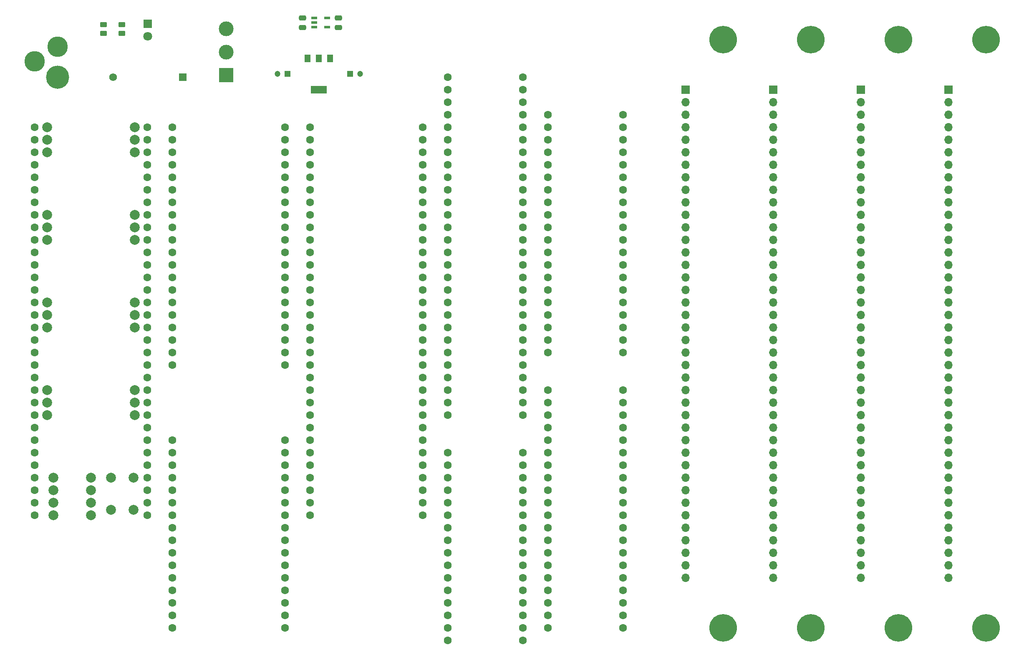
<source format=gbr>
%TF.GenerationSoftware,KiCad,Pcbnew,7.0.5*%
%TF.CreationDate,2024-01-10T19:51:04+02:00*%
%TF.ProjectId,HCP65 Test MPU Board,48435036-3520-4546-9573-74204d505520,rev?*%
%TF.SameCoordinates,Original*%
%TF.FileFunction,Soldermask,Top*%
%TF.FilePolarity,Negative*%
%FSLAX46Y46*%
G04 Gerber Fmt 4.6, Leading zero omitted, Abs format (unit mm)*
G04 Created by KiCad (PCBNEW 7.0.5) date 2024-01-10 19:51:04*
%MOMM*%
%LPD*%
G01*
G04 APERTURE LIST*
G04 Aperture macros list*
%AMRoundRect*
0 Rectangle with rounded corners*
0 $1 Rounding radius*
0 $2 $3 $4 $5 $6 $7 $8 $9 X,Y pos of 4 corners*
0 Add a 4 corners polygon primitive as box body*
4,1,4,$2,$3,$4,$5,$6,$7,$8,$9,$2,$3,0*
0 Add four circle primitives for the rounded corners*
1,1,$1+$1,$2,$3*
1,1,$1+$1,$4,$5*
1,1,$1+$1,$6,$7*
1,1,$1+$1,$8,$9*
0 Add four rect primitives between the rounded corners*
20,1,$1+$1,$2,$3,$4,$5,0*
20,1,$1+$1,$4,$5,$6,$7,0*
20,1,$1+$1,$6,$7,$8,$9,0*
20,1,$1+$1,$8,$9,$2,$3,0*%
G04 Aperture macros list end*
%ADD10R,1.200000X1.500000*%
%ADD11R,3.300000X1.500000*%
%ADD12RoundRect,0.250000X0.475000X-0.250000X0.475000X0.250000X-0.475000X0.250000X-0.475000X-0.250000X0*%
%ADD13R,1.700000X1.700000*%
%ADD14O,1.700000X1.700000*%
%ADD15C,1.600000*%
%ADD16C,4.700000*%
%ADD17C,4.150000*%
%ADD18C,5.600000*%
%ADD19R,1.200000X1.200000*%
%ADD20C,1.200000*%
%ADD21R,1.150000X0.600000*%
%ADD22RoundRect,0.250000X-0.450000X0.262500X-0.450000X-0.262500X0.450000X-0.262500X0.450000X0.262500X0*%
%ADD23R,3.000000X3.000000*%
%ADD24C,3.000000*%
%ADD25R,1.800000X1.800000*%
%ADD26C,1.800000*%
%ADD27C,2.000000*%
%ADD28R,1.575000X1.575000*%
%ADD29C,1.575000*%
G04 APERTURE END LIST*
D10*
%TO.C,IC3*%
X90438000Y-34265000D03*
X88138000Y-34265000D03*
X85838000Y-34265000D03*
D11*
X88138000Y-40665000D03*
%TD*%
D12*
%TO.C,C1*%
X84852000Y-28021000D03*
X84852000Y-26121000D03*
%TD*%
D13*
%TO.C,J4*%
X215900000Y-40640000D03*
D14*
X215900000Y-43180000D03*
X215900000Y-45720000D03*
X215900000Y-48260000D03*
X215900000Y-50800000D03*
X215900000Y-53340000D03*
X215900000Y-55880000D03*
X215900000Y-58420000D03*
X215900000Y-60960000D03*
X215900000Y-63500000D03*
X215900000Y-66040000D03*
X215900000Y-68580000D03*
X215900000Y-71120000D03*
X215900000Y-73660000D03*
X215900000Y-76200000D03*
X215900000Y-78740000D03*
X215900000Y-81280000D03*
X215900000Y-83820000D03*
X215900000Y-86360000D03*
X215900000Y-88900000D03*
X215900000Y-91440000D03*
X215900000Y-93980000D03*
X215900000Y-96520000D03*
X215900000Y-99060000D03*
X215900000Y-101600000D03*
X215900000Y-104140000D03*
X215900000Y-106680000D03*
X215900000Y-109220000D03*
X215900000Y-111760000D03*
X215900000Y-114300000D03*
X215900000Y-116840000D03*
X215900000Y-119380000D03*
X215900000Y-121920000D03*
X215900000Y-124460000D03*
X215900000Y-127000000D03*
X215900000Y-129540000D03*
X215900000Y-132080000D03*
X215900000Y-134620000D03*
X215900000Y-137160000D03*
X215900000Y-139700000D03*
%TD*%
D15*
%TO.C,B7*%
X134620000Y-101600000D03*
X134620000Y-104140000D03*
X134620000Y-106680000D03*
X134620000Y-109220000D03*
X134620000Y-111760000D03*
X134620000Y-114300000D03*
X134620000Y-116840000D03*
X134620000Y-119380000D03*
X134620000Y-121920000D03*
X134620000Y-124460000D03*
X134620000Y-127000000D03*
X134620000Y-129540000D03*
X134620000Y-132080000D03*
X134620000Y-134620000D03*
X134620000Y-137160000D03*
X134620000Y-139700000D03*
X134620000Y-142240000D03*
X134620000Y-144780000D03*
X134620000Y-147320000D03*
X134620000Y-149860000D03*
X149860000Y-149860000D03*
X149860000Y-147320000D03*
X149860000Y-144780000D03*
X149860000Y-142240000D03*
X149860000Y-139700000D03*
X149860000Y-137160000D03*
X149860000Y-134620000D03*
X149860000Y-132080000D03*
X149860000Y-129540000D03*
X149860000Y-127000000D03*
X149860000Y-124460000D03*
X149860000Y-121920000D03*
X149860000Y-119380000D03*
X149860000Y-116840000D03*
X149860000Y-114300000D03*
X149860000Y-111760000D03*
X149860000Y-109220000D03*
X149860000Y-106680000D03*
X149860000Y-104140000D03*
X149860000Y-101600000D03*
%TD*%
%TO.C,B5*%
X114300000Y-38100000D03*
X114300000Y-40640000D03*
X114300000Y-43180000D03*
X114300000Y-45720000D03*
X114300000Y-48260000D03*
X114300000Y-50800000D03*
X114300000Y-53340000D03*
X114300000Y-55880000D03*
X114300000Y-58420000D03*
X114300000Y-60960000D03*
X114300000Y-63500000D03*
X114300000Y-66040000D03*
X114300000Y-68580000D03*
X114300000Y-71120000D03*
X114300000Y-73660000D03*
X114300000Y-76200000D03*
X114300000Y-78740000D03*
X114300000Y-81280000D03*
X114300000Y-83820000D03*
X114300000Y-86360000D03*
X114300000Y-88900000D03*
X114300000Y-91440000D03*
X114300000Y-93980000D03*
X114300000Y-96520000D03*
X114300000Y-99060000D03*
X114300000Y-101600000D03*
X114300000Y-104140000D03*
X114300000Y-106680000D03*
X129540000Y-106680000D03*
X129540000Y-104140000D03*
X129540000Y-101600000D03*
X129540000Y-99060000D03*
X129540000Y-96520000D03*
X129540000Y-93980000D03*
X129540000Y-91440000D03*
X129540000Y-88900000D03*
X129540000Y-86360000D03*
X129540000Y-83820000D03*
X129540000Y-81280000D03*
X129540000Y-78740000D03*
X129540000Y-76200000D03*
X129540000Y-73660000D03*
X129540000Y-71120000D03*
X129540000Y-68580000D03*
X129540000Y-66040000D03*
X129540000Y-63500000D03*
X129540000Y-60960000D03*
X129540000Y-58420000D03*
X129540000Y-55880000D03*
X129540000Y-53340000D03*
X129540000Y-50800000D03*
X129540000Y-48260000D03*
X129540000Y-45720000D03*
X129540000Y-43180000D03*
X129540000Y-40640000D03*
X129540000Y-38100000D03*
%TD*%
D16*
%TO.C,J3*%
X35180000Y-38100000D03*
D17*
X30480000Y-34900000D03*
X35180000Y-31900000D03*
%TD*%
D18*
%TO.C,H19*%
X170180000Y-30480000D03*
%TD*%
D15*
%TO.C,B13*%
X114300000Y-114300000D03*
X114300000Y-116840000D03*
X114300000Y-119380000D03*
X114300000Y-121920000D03*
X114300000Y-124460000D03*
X114300000Y-127000000D03*
X114300000Y-129540000D03*
X114300000Y-132080000D03*
X114300000Y-134620000D03*
X114300000Y-137160000D03*
X114300000Y-139700000D03*
X114300000Y-142240000D03*
X114300000Y-144780000D03*
X114300000Y-147320000D03*
X114300000Y-149860000D03*
X114300000Y-152400000D03*
X129540000Y-152400000D03*
X129540000Y-149860000D03*
X129540000Y-147320000D03*
X129540000Y-144780000D03*
X129540000Y-142240000D03*
X129540000Y-139700000D03*
X129540000Y-137160000D03*
X129540000Y-134620000D03*
X129540000Y-132080000D03*
X129540000Y-129540000D03*
X129540000Y-127000000D03*
X129540000Y-124460000D03*
X129540000Y-121920000D03*
X129540000Y-119380000D03*
X129540000Y-116840000D03*
X129540000Y-114300000D03*
%TD*%
D13*
%TO.C,J2*%
X198120000Y-40640000D03*
D14*
X198120000Y-43180000D03*
X198120000Y-45720000D03*
X198120000Y-48260000D03*
X198120000Y-50800000D03*
X198120000Y-53340000D03*
X198120000Y-55880000D03*
X198120000Y-58420000D03*
X198120000Y-60960000D03*
X198120000Y-63500000D03*
X198120000Y-66040000D03*
X198120000Y-68580000D03*
X198120000Y-71120000D03*
X198120000Y-73660000D03*
X198120000Y-76200000D03*
X198120000Y-78740000D03*
X198120000Y-81280000D03*
X198120000Y-83820000D03*
X198120000Y-86360000D03*
X198120000Y-88900000D03*
X198120000Y-91440000D03*
X198120000Y-93980000D03*
X198120000Y-96520000D03*
X198120000Y-99060000D03*
X198120000Y-101600000D03*
X198120000Y-104140000D03*
X198120000Y-106680000D03*
X198120000Y-109220000D03*
X198120000Y-111760000D03*
X198120000Y-114300000D03*
X198120000Y-116840000D03*
X198120000Y-119380000D03*
X198120000Y-121920000D03*
X198120000Y-124460000D03*
X198120000Y-127000000D03*
X198120000Y-129540000D03*
X198120000Y-132080000D03*
X198120000Y-134620000D03*
X198120000Y-137160000D03*
X198120000Y-139700000D03*
%TD*%
D19*
%TO.C,C4*%
X81788000Y-37465000D03*
D20*
X79788000Y-37465000D03*
%TD*%
D18*
%TO.C,H8*%
X187960000Y-30480000D03*
%TD*%
D13*
%TO.C,J1*%
X162560000Y-40640000D03*
D14*
X162560000Y-43180000D03*
X162560000Y-45720000D03*
X162560000Y-48260000D03*
X162560000Y-50800000D03*
X162560000Y-53340000D03*
X162560000Y-55880000D03*
X162560000Y-58420000D03*
X162560000Y-60960000D03*
X162560000Y-63500000D03*
X162560000Y-66040000D03*
X162560000Y-68580000D03*
X162560000Y-71120000D03*
X162560000Y-73660000D03*
X162560000Y-76200000D03*
X162560000Y-78740000D03*
X162560000Y-81280000D03*
X162560000Y-83820000D03*
X162560000Y-86360000D03*
X162560000Y-88900000D03*
X162560000Y-91440000D03*
X162560000Y-93980000D03*
X162560000Y-96520000D03*
X162560000Y-99060000D03*
X162560000Y-101600000D03*
X162560000Y-104140000D03*
X162560000Y-106680000D03*
X162560000Y-109220000D03*
X162560000Y-111760000D03*
X162560000Y-114300000D03*
X162560000Y-116840000D03*
X162560000Y-119380000D03*
X162560000Y-121920000D03*
X162560000Y-124460000D03*
X162560000Y-127000000D03*
X162560000Y-129540000D03*
X162560000Y-132080000D03*
X162560000Y-134620000D03*
X162560000Y-137160000D03*
X162560000Y-139700000D03*
%TD*%
D21*
%TO.C,IC2*%
X87205000Y-26076000D03*
X87205000Y-27026000D03*
X87205000Y-27976000D03*
X89805000Y-27976000D03*
X89805000Y-26076000D03*
%TD*%
D13*
%TO.C,J10*%
X180340000Y-40640000D03*
D14*
X180340000Y-43180000D03*
X180340000Y-45720000D03*
X180340000Y-48260000D03*
X180340000Y-50800000D03*
X180340000Y-53340000D03*
X180340000Y-55880000D03*
X180340000Y-58420000D03*
X180340000Y-60960000D03*
X180340000Y-63500000D03*
X180340000Y-66040000D03*
X180340000Y-68580000D03*
X180340000Y-71120000D03*
X180340000Y-73660000D03*
X180340000Y-76200000D03*
X180340000Y-78740000D03*
X180340000Y-81280000D03*
X180340000Y-83820000D03*
X180340000Y-86360000D03*
X180340000Y-88900000D03*
X180340000Y-91440000D03*
X180340000Y-93980000D03*
X180340000Y-96520000D03*
X180340000Y-99060000D03*
X180340000Y-101600000D03*
X180340000Y-104140000D03*
X180340000Y-106680000D03*
X180340000Y-109220000D03*
X180340000Y-111760000D03*
X180340000Y-114300000D03*
X180340000Y-116840000D03*
X180340000Y-119380000D03*
X180340000Y-121920000D03*
X180340000Y-124460000D03*
X180340000Y-127000000D03*
X180340000Y-129540000D03*
X180340000Y-132080000D03*
X180340000Y-134620000D03*
X180340000Y-137160000D03*
X180340000Y-139700000D03*
%TD*%
D12*
%TO.C,C2*%
X92091000Y-28021000D03*
X92091000Y-26121000D03*
%TD*%
D22*
%TO.C,R2*%
X44460000Y-27408500D03*
X44460000Y-29233500D03*
%TD*%
D18*
%TO.C,H24*%
X170180000Y-149860000D03*
%TD*%
D23*
%TO.C,S2*%
X69342000Y-37719000D03*
D24*
X69342000Y-33020000D03*
X69342000Y-28321000D03*
%TD*%
D18*
%TO.C,H21*%
X223520000Y-149860000D03*
%TD*%
D25*
%TO.C,LED2*%
X53467000Y-27300000D03*
D26*
X53467000Y-29840000D03*
%TD*%
D19*
%TO.C,C3*%
X94488000Y-37465000D03*
D20*
X96488000Y-37465000D03*
%TD*%
D15*
%TO.C,B1*%
X86360000Y-48260000D03*
X86360000Y-50800000D03*
X86360000Y-53340000D03*
X86360000Y-55880000D03*
X86360000Y-58420000D03*
X86360000Y-60960000D03*
X86360000Y-63500000D03*
X86360000Y-66040000D03*
X86360000Y-68580000D03*
X86360000Y-71120000D03*
X86360000Y-73660000D03*
X86360000Y-76200000D03*
X86360000Y-78740000D03*
X86360000Y-81280000D03*
X86360000Y-83820000D03*
X86360000Y-86360000D03*
X86360000Y-88900000D03*
X86360000Y-91440000D03*
X86360000Y-93980000D03*
X86360000Y-96520000D03*
X86360000Y-99060000D03*
X86360000Y-101600000D03*
X86360000Y-104140000D03*
X86360000Y-106680000D03*
X86360000Y-109220000D03*
X86360000Y-111760000D03*
X86360000Y-114300000D03*
X86360000Y-116840000D03*
X86360000Y-119380000D03*
X86360000Y-121920000D03*
X86360000Y-124460000D03*
X86360000Y-127000000D03*
X109220000Y-127000000D03*
X109220000Y-124460000D03*
X109220000Y-121920000D03*
X109220000Y-119380000D03*
X109220000Y-116840000D03*
X109220000Y-114300000D03*
X109220000Y-111760000D03*
X109220000Y-109220000D03*
X109220000Y-106680000D03*
X109220000Y-104140000D03*
X109220000Y-101600000D03*
X109220000Y-99060000D03*
X109220000Y-96520000D03*
X109220000Y-93980000D03*
X109220000Y-91440000D03*
X109220000Y-88900000D03*
X109220000Y-86360000D03*
X109220000Y-83820000D03*
X109220000Y-81280000D03*
X109220000Y-78740000D03*
X109220000Y-76200000D03*
X109220000Y-73660000D03*
X109220000Y-71120000D03*
X109220000Y-68580000D03*
X109220000Y-66040000D03*
X109220000Y-63500000D03*
X109220000Y-60960000D03*
X109220000Y-58420000D03*
X109220000Y-55880000D03*
X109220000Y-53340000D03*
X109220000Y-50800000D03*
X109220000Y-48260000D03*
%TD*%
D18*
%TO.C,H16*%
X205740000Y-149860000D03*
%TD*%
D22*
%TO.C,R3*%
X48143000Y-27408500D03*
X48143000Y-29233500D03*
%TD*%
D18*
%TO.C,H17*%
X187960000Y-149860000D03*
%TD*%
D15*
%TO.C,B6*%
X134620000Y-45720000D03*
X134620000Y-48260000D03*
X134620000Y-50800000D03*
X134620000Y-53340000D03*
X134620000Y-55880000D03*
X134620000Y-58420000D03*
X134620000Y-60960000D03*
X134620000Y-63500000D03*
X134620000Y-66040000D03*
X134620000Y-68580000D03*
X134620000Y-71120000D03*
X134620000Y-73660000D03*
X134620000Y-76200000D03*
X134620000Y-78740000D03*
X134620000Y-81280000D03*
X134620000Y-83820000D03*
X134620000Y-86360000D03*
X134620000Y-88900000D03*
X134620000Y-91440000D03*
X134620000Y-93980000D03*
X149860000Y-93980000D03*
X149860000Y-91440000D03*
X149860000Y-88900000D03*
X149860000Y-86360000D03*
X149860000Y-83820000D03*
X149860000Y-81280000D03*
X149860000Y-78740000D03*
X149860000Y-76200000D03*
X149860000Y-73660000D03*
X149860000Y-71120000D03*
X149860000Y-68580000D03*
X149860000Y-66040000D03*
X149860000Y-63500000D03*
X149860000Y-60960000D03*
X149860000Y-58420000D03*
X149860000Y-55880000D03*
X149860000Y-53340000D03*
X149860000Y-50800000D03*
X149860000Y-48260000D03*
X149860000Y-45720000D03*
%TD*%
%TO.C,B2*%
X58420000Y-111760000D03*
X58420000Y-114300000D03*
X58420000Y-116840000D03*
X58420000Y-119380000D03*
X58420000Y-121920000D03*
X58420000Y-124460000D03*
X58420000Y-127000000D03*
X58420000Y-129540000D03*
X58420000Y-132080000D03*
X58420000Y-134620000D03*
X58420000Y-137160000D03*
X58420000Y-139700000D03*
X58420000Y-142240000D03*
X58420000Y-144780000D03*
X58420000Y-147320000D03*
X58420000Y-149860000D03*
X81280000Y-149860000D03*
X81280000Y-147320000D03*
X81280000Y-144780000D03*
X81280000Y-142240000D03*
X81280000Y-139700000D03*
X81280000Y-137160000D03*
X81280000Y-134620000D03*
X81280000Y-132080000D03*
X81280000Y-129540000D03*
X81280000Y-127000000D03*
X81280000Y-124460000D03*
X81280000Y-121920000D03*
X81280000Y-119380000D03*
X81280000Y-116840000D03*
X81280000Y-114300000D03*
X81280000Y-111760000D03*
%TD*%
D27*
%TO.C,B12*%
X33020000Y-48260000D03*
X33020000Y-50800000D03*
X33020000Y-53340000D03*
X33020000Y-66040000D03*
X33020000Y-68580000D03*
X33020000Y-71120000D03*
X33020000Y-83820000D03*
X33020000Y-86360000D03*
X33020000Y-88900000D03*
X33020000Y-101600000D03*
X33020000Y-104140000D03*
X33020000Y-106680000D03*
X34290000Y-119380000D03*
X34290000Y-121920000D03*
X34290000Y-124460000D03*
X34290000Y-127000000D03*
X41910000Y-119380000D03*
X41910000Y-121920000D03*
X41910000Y-124460000D03*
X41910000Y-127000000D03*
X46010000Y-119380000D03*
X46010000Y-125880000D03*
X50510000Y-119380000D03*
X50510000Y-125880000D03*
X50800000Y-48260000D03*
X50800000Y-50800000D03*
X50800000Y-53340000D03*
X50800000Y-66040000D03*
X50800000Y-68580000D03*
X50800000Y-71120000D03*
X50800000Y-83820000D03*
X50800000Y-86360000D03*
X50800000Y-88900000D03*
X50800000Y-101600000D03*
X50800000Y-104140000D03*
X50800000Y-106680000D03*
D15*
X30480000Y-48260000D03*
X30480000Y-50800000D03*
X30480000Y-53340000D03*
X30480000Y-55880000D03*
X30480000Y-58420000D03*
X30480000Y-60960000D03*
X30480000Y-63500000D03*
X30480000Y-66040000D03*
X30480000Y-68580000D03*
X30480000Y-71120000D03*
X30480000Y-73660000D03*
X30480000Y-76200000D03*
X30480000Y-78740000D03*
X30480000Y-81280000D03*
X30480000Y-83820000D03*
X30480000Y-86360000D03*
X30480000Y-88900000D03*
X30480000Y-91440000D03*
X30480000Y-93980000D03*
X30480000Y-96520000D03*
X30480000Y-99060000D03*
X30480000Y-101600000D03*
X30480000Y-104140000D03*
X30480000Y-106680000D03*
X30480000Y-109220000D03*
X30480000Y-111760000D03*
X30480000Y-114300000D03*
X30480000Y-116840000D03*
X30480000Y-119380000D03*
X30480000Y-121920000D03*
X30480000Y-124460000D03*
X30480000Y-127000000D03*
X53340000Y-127000000D03*
X53340000Y-124460000D03*
X53340000Y-121920000D03*
X53340000Y-119380000D03*
X53340000Y-116840000D03*
X53340000Y-114300000D03*
X53340000Y-111760000D03*
X53340000Y-109220000D03*
X53340000Y-106680000D03*
X53340000Y-104140000D03*
X53340000Y-101600000D03*
X53340000Y-99060000D03*
X53340000Y-96520000D03*
X53340000Y-93980000D03*
X53340000Y-91440000D03*
X53340000Y-88900000D03*
X53340000Y-86360000D03*
X53340000Y-83820000D03*
X53340000Y-81280000D03*
X53340000Y-78740000D03*
X53340000Y-76200000D03*
X53340000Y-73660000D03*
X53340000Y-71120000D03*
X53340000Y-68580000D03*
X53340000Y-66040000D03*
X53340000Y-63500000D03*
X53340000Y-60960000D03*
X53340000Y-58420000D03*
X53340000Y-55880000D03*
X53340000Y-53340000D03*
X53340000Y-50800000D03*
X53340000Y-48260000D03*
%TD*%
D28*
%TO.C,D1*%
X60516500Y-38099500D03*
D29*
X46416500Y-38099500D03*
%TD*%
D18*
%TO.C,H12*%
X205740000Y-30480000D03*
%TD*%
D15*
%TO.C,B4*%
X58420000Y-48260000D03*
X58420000Y-50800000D03*
X58420000Y-53340000D03*
X58420000Y-55880000D03*
X58420000Y-58420000D03*
X58420000Y-60960000D03*
X58420000Y-63500000D03*
X58420000Y-66040000D03*
X58420000Y-68580000D03*
X58420000Y-71120000D03*
X58420000Y-73660000D03*
X58420000Y-76200000D03*
X58420000Y-78740000D03*
X58420000Y-81280000D03*
X58420000Y-83820000D03*
X58420000Y-86360000D03*
X58420000Y-88900000D03*
X58420000Y-91440000D03*
X58420000Y-93980000D03*
X58420000Y-96520000D03*
X81280000Y-96520000D03*
X81280000Y-93980000D03*
X81280000Y-91440000D03*
X81280000Y-88900000D03*
X81280000Y-86360000D03*
X81280000Y-83820000D03*
X81280000Y-81280000D03*
X81280000Y-78740000D03*
X81280000Y-76200000D03*
X81280000Y-73660000D03*
X81280000Y-71120000D03*
X81280000Y-68580000D03*
X81280000Y-66040000D03*
X81280000Y-63500000D03*
X81280000Y-60960000D03*
X81280000Y-58420000D03*
X81280000Y-55880000D03*
X81280000Y-53340000D03*
X81280000Y-50800000D03*
X81280000Y-48260000D03*
%TD*%
D18*
%TO.C,H9*%
X223520000Y-30480000D03*
%TD*%
M02*

</source>
